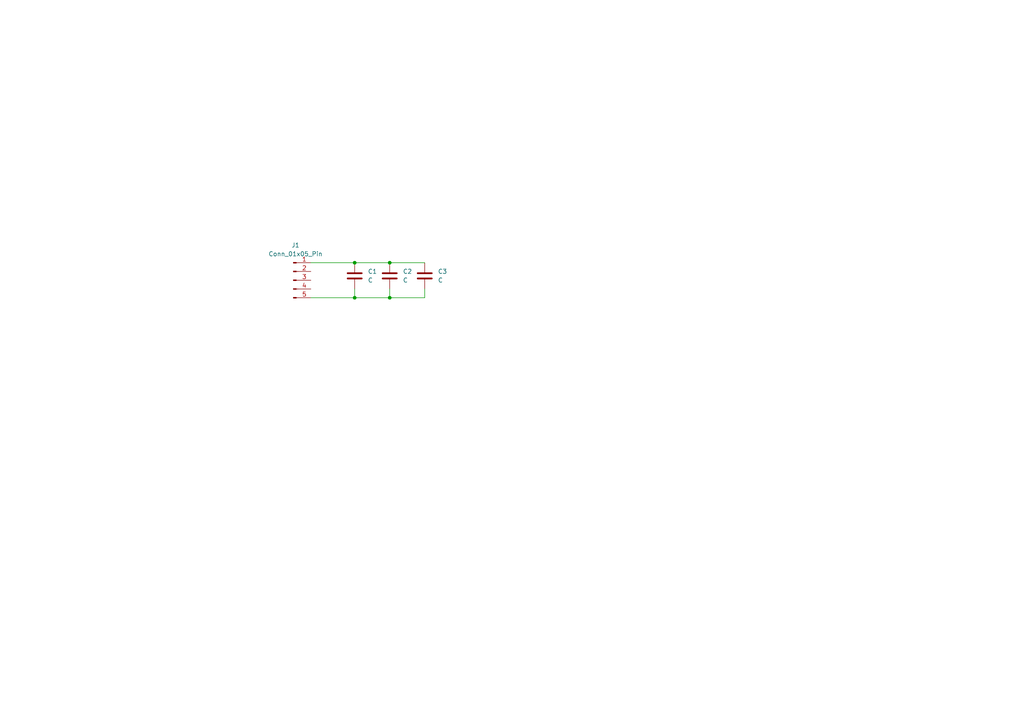
<source format=kicad_sch>
(kicad_sch (version 20231120) (generator "eeschema") (generator_version "8.0")
  (paper "A4")
  (lib_symbols
    (symbol "Connector:Conn_01x05_Pin" (pin_names (offset 1.016) hide)
      (property "Reference" "J" (at 0 7.62 0))
      (property "Value" "Conn_01x05_Pin" (at 0 -7.62 0))
      (symbol "Conn_01x05_Pin_1_1"
        (polyline (pts (xy 1.27 -5.08) (xy 0.8636 -5.08)) (stroke (width 0.1524)))
        (polyline (pts (xy 1.27 -2.54) (xy 0.8636 -2.54)) (stroke (width 0.1524)))
        (polyline (pts (xy 1.27 0) (xy 0.8636 0)) (stroke (width 0.1524)))
        (polyline (pts (xy 1.27 2.54) (xy 0.8636 2.54)) (stroke (width 0.1524)))
        (polyline (pts (xy 1.27 5.08) (xy 0.8636 5.08)) (stroke (width 0.1524)))
        (rectangle (start 0.8636 -4.953) (end 0 -5.207) (stroke (width 0.1524)) (fill (type outline)))
        (rectangle (start 0.8636 -2.413) (end 0 -2.667) (stroke (width 0.1524)) (fill (type outline)))
        (rectangle (start 0.8636 0.127) (end 0 -0.127) (stroke (width 0.1524)) (fill (type outline)))
        (rectangle (start 0.8636 2.667) (end 0 2.413) (stroke (width 0.1524)) (fill (type outline)))
        (rectangle (start 0.8636 5.207) (end 0 4.953) (stroke (width 0.1524)) (fill (type outline)))
        (pin passive line (at 5.08 5.08 180) (length 3.81) (name "Pin_1") (number "1"))
        (pin passive line (at 5.08 2.54 180) (length 3.81) (name "Pin_2") (number "2"))
        (pin passive line (at 5.08 0 180) (length 3.81) (name "Pin_3") (number "3"))
        (pin passive line (at 5.08 -2.54 180) (length 3.81) (name "Pin_4") (number "4"))
        (pin passive line (at 5.08 -5.08 180) (length 3.81) (name "Pin_5") (number "5"))
      )
    )
    (symbol "Device:C" (pin_numbers hide) (pin_names (offset 0.254))
      (property "Reference" "C" (at 0.635 2.54 0))
      (property "Value" "C" (at 0.635 -2.54 0))
      (symbol "C_0_1"
        (polyline (pts (xy -2.032 -0.762) (xy 2.032 -0.762)) (stroke (width 0.508)))
        (polyline (pts (xy -2.032 0.762) (xy 2.032 0.762)) (stroke (width 0.508)))
      )
      (symbol "C_1_1"
        (pin passive line (at 0 3.81 270) (length 2.794) (name "~") (number "1"))
        (pin passive line (at 0 -3.81 90) (length 2.794) (name "~") (number "2"))
      )
    )
  )
  (junction (at 113.03 76.2))
  (junction (at 102.87 86.36))
  (junction (at 113.03 86.36))
  (junction (at 102.87 76.2))
  (wire (pts (xy 113.03 86.36) (xy 123.19 86.36)))
  (wire (pts (xy 123.19 86.36) (xy 123.19 83.82)))
  (wire (pts (xy 113.03 76.2) (xy 123.19 76.2)))
  (wire (pts (xy 90.17 86.36) (xy 102.87 86.36)))
  (wire (pts (xy 102.87 86.36) (xy 113.03 86.36)))
  (wire (pts (xy 90.17 76.2) (xy 102.87 76.2)))
  (wire (pts (xy 102.87 76.2) (xy 113.03 76.2)))
  (wire (pts (xy 113.03 86.36) (xy 113.03 83.82)))
  (wire (pts (xy 102.87 86.36) (xy 102.87 83.82)))
  (symbol (lib_id "Device:C") (at 102.87 80.01 0) (unit 1)
    (property "Reference" "C1" (at 106.68 78.7399 0) (effects (justify left)))
    (property "Value" "C" (at 106.68 81.2799 0) (effects (justify left)))
    (property "Footprint" "Capacitor_THT:C_Disc_D5.1mm_W3.2mm_P5.00mm" (effects (hide yes)))
    (property "Description" "Unpolarized capacitor" (effects (hide yes)))
  )
  (symbol (lib_id "Device:C") (at 123.19 80.01 0) (unit 1)
    (property "Reference" "C3" (at 127 78.7399 0) (effects (justify left)))
    (property "Value" "C" (at 127 81.2799 0) (effects (justify left)))
    (property "Footprint" "Capacitor_THT:CP_Radial_D8.0mm_P3.50mm" (effects (hide yes)))
    (property "Description" "Unpolarized capacitor" (effects (hide yes)))
  )
  (symbol (lib_id "Connector:Conn_01x05_Pin") (at 85.09 81.28 0) (unit 1)
    (property "Reference" "J1" (at 85.725 71.12 0))
    (property "Value" "Conn_01x05_Pin" (at 85.725 73.66 0))
    (property "Footprint" "Connector_PinHeader_2.54mm:PinHeader_1x05_P2.54mm_Vertical" (effects (hide yes)))
    (property "Description" "Generic connector, single row, 01x05, script generated" (effects (hide yes)))
  )
  (symbol (lib_id "Device:C") (at 113.03 80.01 0) (unit 1)
    (property "Reference" "C2" (at 116.84 78.7399 0) (effects (justify left)))
    (property "Value" "C" (at 116.84 81.2799 0) (effects (justify left)))
    (property "Footprint" "Capacitor_THT:C_Rect_L9.0mm_W2.5mm_P7.50mm_MKT" (effects (hide yes)))
    (property "Description" "Unpolarized capacitor" (effects (hide yes)))
  )
)
</source>
